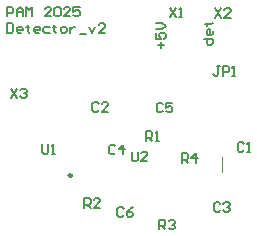
<source format=gto>
G04*
G04 #@! TF.GenerationSoftware,Altium Limited,Altium Designer,24.9.1 (31)*
G04*
G04 Layer_Color=65535*
%FSLAX44Y44*%
%MOMM*%
G71*
G04*
G04 #@! TF.SameCoordinates,DEDBCCEB-59A4-4C38-AF20-8AFDE536A74B*
G04*
G04*
G04 #@! TF.FilePolarity,Positive*
G04*
G01*
G75*
%ADD10C,0.2500*%
%ADD11C,0.1000*%
%ADD12C,0.1800*%
D10*
X57100Y64380D02*
G03*
X57100Y64380I-1250J0D01*
G01*
D11*
X184300Y67300D02*
Y80000D01*
D12*
X2300Y199050D02*
Y207047D01*
X6299D01*
X7632Y205714D01*
Y203048D01*
X6299Y201716D01*
X2300D01*
X10297Y199050D02*
Y204381D01*
X12963Y207047D01*
X15629Y204381D01*
Y199050D01*
Y203048D01*
X10297D01*
X18295Y199050D02*
Y207047D01*
X20961Y204381D01*
X23626Y207047D01*
Y199050D01*
X39621D02*
X34290D01*
X39621Y204381D01*
Y205714D01*
X38288Y207047D01*
X35623D01*
X34290Y205714D01*
X42287D02*
X43620Y207047D01*
X46286D01*
X47619Y205714D01*
Y200383D01*
X46286Y199050D01*
X43620D01*
X42287Y200383D01*
Y205714D01*
X55616Y199050D02*
X50285D01*
X55616Y204381D01*
Y205714D01*
X54283Y207047D01*
X51617D01*
X50285Y205714D01*
X63614Y207047D02*
X58282D01*
Y203048D01*
X60948Y204381D01*
X62281D01*
X63614Y203048D01*
Y200383D01*
X62281Y199050D01*
X59615D01*
X58282Y200383D01*
X2300Y193130D02*
Y185133D01*
X6299D01*
X7632Y186466D01*
Y191797D01*
X6299Y193130D01*
X2300D01*
X14296Y185133D02*
X11630D01*
X10297Y186466D01*
Y189132D01*
X11630Y190464D01*
X14296D01*
X15629Y189132D01*
Y187799D01*
X10297D01*
X19628Y191797D02*
Y190464D01*
X18295D01*
X20961D01*
X19628D01*
Y186466D01*
X20961Y185133D01*
X28958D02*
X26292D01*
X24959Y186466D01*
Y189132D01*
X26292Y190464D01*
X28958D01*
X30291Y189132D01*
Y187799D01*
X24959D01*
X38288Y190464D02*
X34290D01*
X32957Y189132D01*
Y186466D01*
X34290Y185133D01*
X38288D01*
X42287Y191797D02*
Y190464D01*
X40954D01*
X43620D01*
X42287D01*
Y186466D01*
X43620Y185133D01*
X48952D02*
X51617D01*
X52950Y186466D01*
Y189132D01*
X51617Y190464D01*
X48952D01*
X47619Y189132D01*
Y186466D01*
X48952Y185133D01*
X55616Y190464D02*
Y185133D01*
Y187799D01*
X56949Y189132D01*
X58282Y190464D01*
X59615D01*
X63614Y183800D02*
X68945D01*
X71611Y190464D02*
X74277Y185133D01*
X76943Y190464D01*
X84940Y185133D02*
X79608D01*
X84940Y190464D01*
Y191797D01*
X83607Y193130D01*
X80941D01*
X79608Y191797D01*
X150225Y75181D02*
Y83179D01*
X154224D01*
X155557Y81846D01*
Y79180D01*
X154224Y77847D01*
X150225D01*
X152891D02*
X155557Y75181D01*
X162222D02*
Y83179D01*
X158223Y79180D01*
X163554D01*
X182737Y40316D02*
X181404Y41649D01*
X178738D01*
X177405Y40316D01*
Y34984D01*
X178738Y33651D01*
X181404D01*
X182737Y34984D01*
X185403Y40316D02*
X186736Y41649D01*
X189402D01*
X190735Y40316D01*
Y38983D01*
X189402Y37650D01*
X188069D01*
X189402D01*
X190735Y36317D01*
Y34984D01*
X189402Y33651D01*
X186736D01*
X185403Y34984D01*
X130915Y18771D02*
Y26769D01*
X134914D01*
X136247Y25436D01*
Y22770D01*
X134914Y21437D01*
X130915D01*
X133581D02*
X136247Y18771D01*
X138913Y25436D02*
X140246Y26769D01*
X142912D01*
X144244Y25436D01*
Y24103D01*
X142912Y22770D01*
X141579D01*
X142912D01*
X144244Y21437D01*
Y20104D01*
X142912Y18771D01*
X140246D01*
X138913Y20104D01*
X202800Y91026D02*
X201467Y92359D01*
X198801D01*
X197468Y91026D01*
Y85694D01*
X198801Y84361D01*
X201467D01*
X202800Y85694D01*
X205466Y84361D02*
X208132D01*
X206799D01*
Y92359D01*
X205466Y91026D01*
X107725Y84419D02*
Y77754D01*
X109058Y76421D01*
X111724D01*
X113057Y77754D01*
Y84419D01*
X121054Y76421D02*
X115723D01*
X121054Y81753D01*
Y83086D01*
X119722Y84419D01*
X117056D01*
X115723Y83086D01*
X168603Y180252D02*
X176600D01*
Y176253D01*
X175267Y174920D01*
X172601D01*
X171268Y176253D01*
Y180252D01*
X176600Y186916D02*
Y184250D01*
X175267Y182917D01*
X172601D01*
X171268Y184250D01*
Y186916D01*
X172601Y188249D01*
X173934D01*
Y182917D01*
X169935Y192248D02*
X171268D01*
Y190915D01*
Y193581D01*
Y192248D01*
X175267D01*
X176600Y193581D01*
X132401Y171960D02*
Y177292D01*
X129735Y174626D02*
X135067D01*
X128403Y185289D02*
Y179958D01*
X132401D01*
X131068Y182623D01*
Y183956D01*
X132401Y185289D01*
X135067D01*
X136400Y183956D01*
Y181290D01*
X135067Y179958D01*
X128403Y187955D02*
X133734D01*
X136400Y190621D01*
X133734Y193286D01*
X128403D01*
X182201Y156929D02*
X179536D01*
X180868D01*
Y150264D01*
X179536Y148931D01*
X178203D01*
X176870Y150264D01*
X184867Y148931D02*
Y156929D01*
X188866D01*
X190199Y155596D01*
Y152930D01*
X188866Y151597D01*
X184867D01*
X192864Y148931D02*
X195530D01*
X194198D01*
Y156929D01*
X192864Y155596D01*
X5455Y137899D02*
X10787Y129901D01*
Y137899D02*
X5455Y129901D01*
X13453Y136566D02*
X14786Y137899D01*
X17452D01*
X18785Y136566D01*
Y135233D01*
X17452Y133900D01*
X16119D01*
X17452D01*
X18785Y132567D01*
Y131234D01*
X17452Y129901D01*
X14786D01*
X13453Y131234D01*
X31818Y90929D02*
Y84264D01*
X33151Y82931D01*
X35817D01*
X37150Y84264D01*
Y90929D01*
X39816Y82931D02*
X42482D01*
X41149D01*
Y90929D01*
X39816Y89596D01*
X67575Y37041D02*
Y45039D01*
X71574D01*
X72907Y43706D01*
Y41040D01*
X71574Y39707D01*
X67575D01*
X70241D02*
X72907Y37041D01*
X80905D02*
X75573D01*
X80905Y42373D01*
Y43706D01*
X79572Y45039D01*
X76906D01*
X75573Y43706D01*
X119868Y93621D02*
Y101619D01*
X123867D01*
X125200Y100286D01*
Y97620D01*
X123867Y96287D01*
X119868D01*
X122534D02*
X125200Y93621D01*
X127866D02*
X130532D01*
X129199D01*
Y101619D01*
X127866Y100286D01*
X100777Y36196D02*
X99444Y37529D01*
X96778D01*
X95445Y36196D01*
Y30864D01*
X96778Y29531D01*
X99444D01*
X100777Y30864D01*
X108774Y37529D02*
X106109Y36196D01*
X103443Y33530D01*
Y30864D01*
X104776Y29531D01*
X107442D01*
X108774Y30864D01*
Y32197D01*
X107442Y33530D01*
X103443D01*
X134157Y124466D02*
X132824Y125799D01*
X130158D01*
X128826Y124466D01*
Y119134D01*
X130158Y117801D01*
X132824D01*
X134157Y119134D01*
X142155Y125799D02*
X136823D01*
Y121800D01*
X139489Y123133D01*
X140822D01*
X142155Y121800D01*
Y119134D01*
X140822Y117801D01*
X138156D01*
X136823Y119134D01*
X93917Y89136D02*
X92584Y90469D01*
X89918D01*
X88586Y89136D01*
Y83804D01*
X89918Y82471D01*
X92584D01*
X93917Y83804D01*
X100582Y82471D02*
Y90469D01*
X96583Y86470D01*
X101915D01*
X79817Y125096D02*
X78484Y126429D01*
X75818D01*
X74486Y125096D01*
Y119764D01*
X75818Y118431D01*
X78484D01*
X79817Y119764D01*
X87815Y118431D02*
X82483D01*
X87815Y123763D01*
Y125096D01*
X86482Y126429D01*
X83816D01*
X82483Y125096D01*
X140028Y206409D02*
X145360Y198411D01*
Y206409D02*
X140028Y198411D01*
X148026D02*
X150692D01*
X149359D01*
Y206409D01*
X148026Y205076D01*
X178165Y205909D02*
X183497Y197911D01*
Y205909D02*
X178165Y197911D01*
X191495D02*
X186163D01*
X191495Y203243D01*
Y204576D01*
X190162Y205909D01*
X187496D01*
X186163Y204576D01*
M02*

</source>
